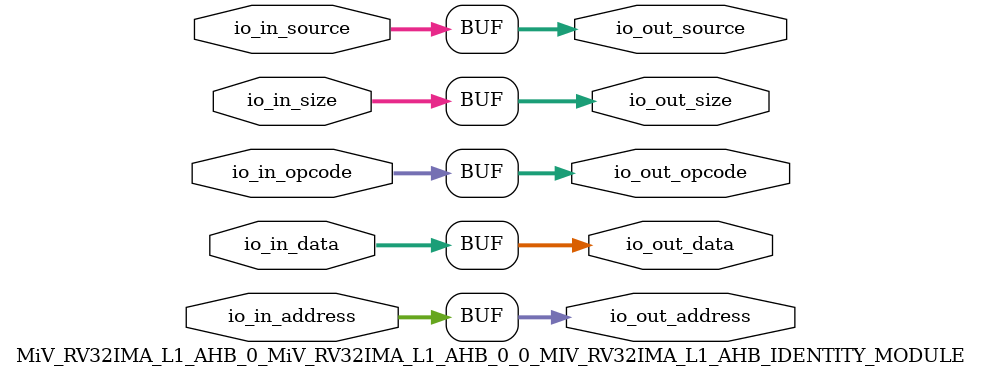
<source format=v>
`ifndef RANDOMIZE_REG_INIT 
	 `define RANDOMIZE_REG_INIT 
 `endif
`ifndef RANDOMIZE_MEM_INIT 
	 `define RANDOMIZE_MEM_INIT 
 `endif
`ifndef RANDOMIZE 
	 `define RANDOMIZE 
`endif

`timescale 1ns/10ps
module MiV_RV32IMA_L1_AHB_0_MiV_RV32IMA_L1_AHB_0_0_MIV_RV32IMA_L1_AHB_IDENTITY_MODULE( // @[:freechips.rocketchip.system.MivRV32ImaL1AhbConfig.fir@49.2]
  input  [2:0]  io_in_opcode, // @[:freechips.rocketchip.system.MivRV32ImaL1AhbConfig.fir@52.4]
  input  [3:0]  io_in_size, // @[:freechips.rocketchip.system.MivRV32ImaL1AhbConfig.fir@52.4]
  input  [2:0]  io_in_source, // @[:freechips.rocketchip.system.MivRV32ImaL1AhbConfig.fir@52.4]
  input  [31:0] io_in_address, // @[:freechips.rocketchip.system.MivRV32ImaL1AhbConfig.fir@52.4]
  input  [31:0] io_in_data, // @[:freechips.rocketchip.system.MivRV32ImaL1AhbConfig.fir@52.4]
  output [2:0]  io_out_opcode, // @[:freechips.rocketchip.system.MivRV32ImaL1AhbConfig.fir@52.4]
  output [3:0]  io_out_size, // @[:freechips.rocketchip.system.MivRV32ImaL1AhbConfig.fir@52.4]
  output [2:0]  io_out_source, // @[:freechips.rocketchip.system.MivRV32ImaL1AhbConfig.fir@52.4]
  output [31:0] io_out_address, // @[:freechips.rocketchip.system.MivRV32ImaL1AhbConfig.fir@52.4]
  output [31:0] io_out_data // @[:freechips.rocketchip.system.MivRV32ImaL1AhbConfig.fir@52.4]
);
  assign io_out_opcode = io_in_opcode;
  assign io_out_size = io_in_size;
  assign io_out_source = io_in_source;
  assign io_out_address = io_in_address;
  assign io_out_data = io_in_data;
endmodule

</source>
